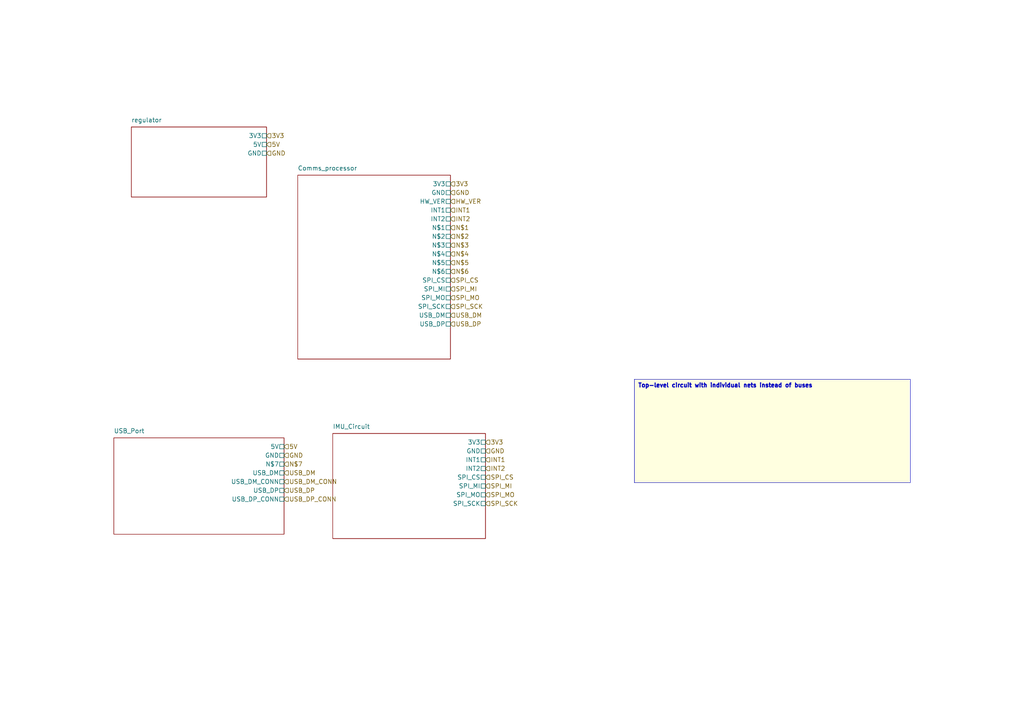
<source format=kicad_sch>
(kicad_sch
	(version 20250114)
	(generator "kicad_api")
	(generator_version 9.0)
	(uuid 5860e2c9-d749-4e01-a758-c5db026d8c59)
	(paper A4)
	(lib_symbols)
	(paper A4)
	(title_block
		(title root)
		(date 2025-07-29)
		(company Circuit-Synth)
	)
	(hierarchical_label
		3V3
		(shape input)
		(at 77.31 39.37 0)
		(effects
			(font
				(size 1.27 1.27)
			)
			(justify left)
		)
		(uuid c1bf2de8-0fd7-49fc-a22c-28c587889a11)
	)
	(hierarchical_label
		5V
		(shape input)
		(at 77.31 41.910000000000004 0)
		(effects
			(font
				(size 1.27 1.27)
			)
			(justify left)
		)
		(uuid c3545d71-6925-4f7f-bd56-3715cd5959a6)
	)
	(hierarchical_label
		GND
		(shape input)
		(at 77.31 44.45 0)
		(effects
			(font
				(size 1.27 1.27)
			)
			(justify left)
		)
		(uuid 482a095b-5699-43cf-b23b-52729974bf92)
	)
	(hierarchical_label
		3V3
		(shape input)
		(at 130.65 53.34 0)
		(effects
			(font
				(size 1.27 1.27)
			)
			(justify left)
		)
		(uuid 06adbf58-577a-4c3e-8c76-5528b82526ec)
	)
	(hierarchical_label
		GND
		(shape input)
		(at 130.65 55.88 0)
		(effects
			(font
				(size 1.27 1.27)
			)
			(justify left)
		)
		(uuid 23941a82-21b1-426d-9e23-dc39c9220af7)
	)
	(hierarchical_label
		HW_VER
		(shape input)
		(at 130.65 58.42 0)
		(effects
			(font
				(size 1.27 1.27)
			)
			(justify left)
		)
		(uuid 3edcbfc5-9a8c-4e8f-bd36-9e049a7b1580)
	)
	(hierarchical_label
		INT1
		(shape input)
		(at 130.65 60.96 0)
		(effects
			(font
				(size 1.27 1.27)
			)
			(justify left)
		)
		(uuid dddce500-b228-4813-9f89-9e54ea1e1347)
	)
	(hierarchical_label
		INT2
		(shape input)
		(at 130.65 63.5 0)
		(effects
			(font
				(size 1.27 1.27)
			)
			(justify left)
		)
		(uuid 39d1daa4-b901-409d-b851-5fab6d175ae8)
	)
	(hierarchical_label
		N$1
		(shape input)
		(at 130.65 66.04 0)
		(effects
			(font
				(size 1.27 1.27)
			)
			(justify left)
		)
		(uuid 58427e2f-b915-4991-bb15-e7f2369dbe46)
	)
	(hierarchical_label
		N$2
		(shape input)
		(at 130.65 68.58 0)
		(effects
			(font
				(size 1.27 1.27)
			)
			(justify left)
		)
		(uuid e31fea1c-330f-46f8-9995-1e8bfca697a7)
	)
	(hierarchical_label
		N$3
		(shape input)
		(at 130.65 71.12 0)
		(effects
			(font
				(size 1.27 1.27)
			)
			(justify left)
		)
		(uuid 9a4a1c1f-21ea-464d-99ec-a39ce963717f)
	)
	(hierarchical_label
		N$4
		(shape input)
		(at 130.65 73.66 0)
		(effects
			(font
				(size 1.27 1.27)
			)
			(justify left)
		)
		(uuid 18168c56-2a34-4db9-9a8c-da374d6607b7)
	)
	(hierarchical_label
		N$5
		(shape input)
		(at 130.65 76.2 0)
		(effects
			(font
				(size 1.27 1.27)
			)
			(justify left)
		)
		(uuid ff4950e4-88c6-4e61-8c2e-6daedcc6a3b9)
	)
	(hierarchical_label
		N$6
		(shape input)
		(at 130.65 78.74 0)
		(effects
			(font
				(size 1.27 1.27)
			)
			(justify left)
		)
		(uuid 5ded8833-4edd-4fc4-81bd-e367c20f28d2)
	)
	(hierarchical_label
		SPI_CS
		(shape input)
		(at 130.65 81.28 0)
		(effects
			(font
				(size 1.27 1.27)
			)
			(justify left)
		)
		(uuid 308160ad-1324-4165-a64e-8b1e851cfac5)
	)
	(hierarchical_label
		SPI_MI
		(shape input)
		(at 130.65 83.82000000000001 0)
		(effects
			(font
				(size 1.27 1.27)
			)
			(justify left)
		)
		(uuid 76e6666f-b46a-4ad5-96c5-3795db479c4d)
	)
	(hierarchical_label
		SPI_MO
		(shape input)
		(at 130.65 86.36 0)
		(effects
			(font
				(size 1.27 1.27)
			)
			(justify left)
		)
		(uuid b65d5459-f095-46f3-8b99-a92c2f249d45)
	)
	(hierarchical_label
		SPI_SCK
		(shape input)
		(at 130.65 88.9 0)
		(effects
			(font
				(size 1.27 1.27)
			)
			(justify left)
		)
		(uuid a1be9286-fea1-4863-84af-857e4602c1f7)
	)
	(hierarchical_label
		USB_DM
		(shape input)
		(at 130.65 91.44 0)
		(effects
			(font
				(size 1.27 1.27)
			)
			(justify left)
		)
		(uuid 8dc17089-54d5-4ef6-a349-335450b516f6)
	)
	(hierarchical_label
		USB_DP
		(shape input)
		(at 130.65 93.98 0)
		(effects
			(font
				(size 1.27 1.27)
			)
			(justify left)
		)
		(uuid a648c6eb-26d3-49c7-a903-70b64c4689e7)
	)
	(hierarchical_label
		5V
		(shape input)
		(at 82.39 129.54 0)
		(effects
			(font
				(size 1.27 1.27)
			)
			(justify left)
		)
		(uuid b12dffb9-c216-4077-8193-de07d861070d)
	)
	(hierarchical_label
		GND
		(shape input)
		(at 82.39 132.08 0)
		(effects
			(font
				(size 1.27 1.27)
			)
			(justify left)
		)
		(uuid 4fae237a-702b-41f1-87b8-d24d59800c31)
	)
	(hierarchical_label
		N$7
		(shape input)
		(at 82.39 134.62 0)
		(effects
			(font
				(size 1.27 1.27)
			)
			(justify left)
		)
		(uuid 2824bd3c-960e-46a6-91ab-c6e559ce312c)
	)
	(hierarchical_label
		USB_DM
		(shape input)
		(at 82.39 137.16 0)
		(effects
			(font
				(size 1.27 1.27)
			)
			(justify left)
		)
		(uuid a9103f2c-d845-4aae-bee4-2b8483af1be3)
	)
	(hierarchical_label
		USB_DM_CONN
		(shape input)
		(at 82.39 139.7 0)
		(effects
			(font
				(size 1.27 1.27)
			)
			(justify left)
		)
		(uuid 569b704e-4d2a-4d1f-904b-ce96b40ae027)
	)
	(hierarchical_label
		USB_DP
		(shape input)
		(at 82.39 142.24 0)
		(effects
			(font
				(size 1.27 1.27)
			)
			(justify left)
		)
		(uuid db3b4aee-075c-4782-8e6b-45d61117798b)
	)
	(hierarchical_label
		USB_DP_CONN
		(shape input)
		(at 82.39 144.78 0)
		(effects
			(font
				(size 1.27 1.27)
			)
			(justify left)
		)
		(uuid 09ef3a42-5e57-4e55-86bf-f3c7ec89a96d)
	)
	(hierarchical_label
		3V3
		(shape input)
		(at 140.81 128.27 0)
		(effects
			(font
				(size 1.27 1.27)
			)
			(justify left)
		)
		(uuid 94870236-3e29-4777-b6a5-75b493064d63)
	)
	(hierarchical_label
		GND
		(shape input)
		(at 140.81 130.81 0)
		(effects
			(font
				(size 1.27 1.27)
			)
			(justify left)
		)
		(uuid e94680d9-d759-48a2-a6b6-885b5b4a50ab)
	)
	(hierarchical_label
		INT1
		(shape input)
		(at 140.81 133.35 0)
		(effects
			(font
				(size 1.27 1.27)
			)
			(justify left)
		)
		(uuid f28a9225-1927-41ea-9a4c-5645c5c76896)
	)
	(hierarchical_label
		INT2
		(shape input)
		(at 140.81 135.89000000000001 0)
		(effects
			(font
				(size 1.27 1.27)
			)
			(justify left)
		)
		(uuid 6b5e632d-5020-4a84-b44c-d02346f6b717)
	)
	(hierarchical_label
		SPI_CS
		(shape input)
		(at 140.81 138.43 0)
		(effects
			(font
				(size 1.27 1.27)
			)
			(justify left)
		)
		(uuid ad432bf1-29a1-4dce-8d20-8f8c64e27d25)
	)
	(hierarchical_label
		SPI_MI
		(shape input)
		(at 140.81 140.97 0)
		(effects
			(font
				(size 1.27 1.27)
			)
			(justify left)
		)
		(uuid fb694510-09f8-4c28-98cf-701294478bac)
	)
	(hierarchical_label
		SPI_MO
		(shape input)
		(at 140.81 143.51 0)
		(effects
			(font
				(size 1.27 1.27)
			)
			(justify left)
		)
		(uuid 5d7bf156-a752-4f57-a6b4-25b6df5b9d66)
	)
	(hierarchical_label
		SPI_SCK
		(shape input)
		(at 140.81 146.05 0)
		(effects
			(font
				(size 1.27 1.27)
			)
			(justify left)
		)
		(uuid 740b42e3-b630-4923-af01-d3491bb7c91b)
	)
	(sheet
		(at 38.1 36.83)
		(size 39.21 20.32)
		(stroke
			(width 0.12)
			(type solid)
		)
		(fill
			(color
				0
				0
				0
				0.0
			)
		)
		(uuid 334ab3d5-5d57-4b10-9f8e-64800d137d18)
		(property
			"Sheetname"
			"regulator"
			(at 38.1 35.559999999999995 0)
			(effects
				(font
					(size 1.27 1.27)
				)
				(justify left bottom)
			)
		)
		(property
			"Sheetfile"
			"regulator.kicad_sch"
			(at 38.1 58.42 0)
			(effects
				(font
					(size 1.27 1.27)
				)
				(justify left top)
				(hide yes)
			)
		)
		(pin
			3V3
			passive
			(at 76.04 39.37 0)
			(effects
				(font
					(size 1.27 1.27)
				)
				(justify right)
			)
			(uuid 09f4c857-31ff-4211-85c3-042817b74d3c)
		)
		(pin
			5V
			passive
			(at 76.04 41.910000000000004 0)
			(effects
				(font
					(size 1.27 1.27)
				)
				(justify right)
			)
			(uuid 15bdc28b-e996-4ec9-951e-22d6afcbf807)
		)
		(pin
			GND
			passive
			(at 76.04 44.45 0)
			(effects
				(font
					(size 1.27 1.27)
				)
				(justify right)
			)
			(uuid c21f897d-4644-494a-8898-90c3beb96299)
		)
		(instances
			(project
				"circuit_synth"
				(path
					"/"
					(page "1")
				)
			)
		)
	)
	(sheet
		(at 86.36 50.8)
		(size 44.29 53.34)
		(stroke
			(width 0.12)
			(type solid)
		)
		(fill
			(color
				0
				0
				0
				0.0
			)
		)
		(uuid 8a434376-1ba9-429b-8e69-de34e1be93cd)
		(property
			"Sheetname"
			"Comms_processor"
			(at 86.36 49.529999999999994 0)
			(effects
				(font
					(size 1.27 1.27)
				)
				(justify left bottom)
			)
		)
		(property
			"Sheetfile"
			"Comms_processor.kicad_sch"
			(at 86.36 105.41 0)
			(effects
				(font
					(size 1.27 1.27)
				)
				(justify left top)
				(hide yes)
			)
		)
		(pin
			3V3
			passive
			(at 129.38 53.34 0)
			(effects
				(font
					(size 1.27 1.27)
				)
				(justify right)
			)
			(uuid e3276a03-0368-4eaa-84ea-410c45948ca9)
		)
		(pin
			GND
			passive
			(at 129.38 55.88 0)
			(effects
				(font
					(size 1.27 1.27)
				)
				(justify right)
			)
			(uuid ef9951e9-2dae-4470-b112-acc88cba866f)
		)
		(pin
			HW_VER
			passive
			(at 129.38 58.42 0)
			(effects
				(font
					(size 1.27 1.27)
				)
				(justify right)
			)
			(uuid 4fbeda9f-133f-4a3a-b554-aab9b014b091)
		)
		(pin
			INT1
			passive
			(at 129.38 60.96 0)
			(effects
				(font
					(size 1.27 1.27)
				)
				(justify right)
			)
			(uuid 69c6f40a-ac91-4ae8-9786-c66dd665d10b)
		)
		(pin
			INT2
			passive
			(at 129.38 63.5 0)
			(effects
				(font
					(size 1.27 1.27)
				)
				(justify right)
			)
			(uuid 5fd82e4a-f273-4692-babe-3319299959f3)
		)
		(pin
			N$1
			passive
			(at 129.38 66.04 0)
			(effects
				(font
					(size 1.27 1.27)
				)
				(justify right)
			)
			(uuid 6d4b8052-5197-45f0-b62f-86dbd57e3489)
		)
		(pin
			N$2
			passive
			(at 129.38 68.58 0)
			(effects
				(font
					(size 1.27 1.27)
				)
				(justify right)
			)
			(uuid 0ebe7533-2e2b-4b78-97b4-1bb3ebb2a0b9)
		)
		(pin
			N$3
			passive
			(at 129.38 71.12 0)
			(effects
				(font
					(size 1.27 1.27)
				)
				(justify right)
			)
			(uuid 6274245c-6eca-48e7-b46b-c829f55abbe8)
		)
		(pin
			N$4
			passive
			(at 129.38 73.66 0)
			(effects
				(font
					(size 1.27 1.27)
				)
				(justify right)
			)
			(uuid abbc1084-bdb2-45da-bbe7-dfc496f1f171)
		)
		(pin
			N$5
			passive
			(at 129.38 76.2 0)
			(effects
				(font
					(size 1.27 1.27)
				)
				(justify right)
			)
			(uuid b65a3e91-936f-443b-952d-236e72153584)
		)
		(pin
			N$6
			passive
			(at 129.38 78.74 0)
			(effects
				(font
					(size 1.27 1.27)
				)
				(justify right)
			)
			(uuid 00fd1565-be2b-43e5-a040-f90b663a713a)
		)
		(pin
			SPI_CS
			passive
			(at 129.38 81.28 0)
			(effects
				(font
					(size 1.27 1.27)
				)
				(justify right)
			)
			(uuid a54ff44b-8755-41fb-b2e0-1633d57db5d2)
		)
		(pin
			SPI_MI
			passive
			(at 129.38 83.82000000000001 0)
			(effects
				(font
					(size 1.27 1.27)
				)
				(justify right)
			)
			(uuid 0c65be4c-0ec6-4c23-93a1-14ba7d7e03d6)
		)
		(pin
			SPI_MO
			passive
			(at 129.38 86.36 0)
			(effects
				(font
					(size 1.27 1.27)
				)
				(justify right)
			)
			(uuid 191dc27a-2910-43a0-890a-653e782e23e8)
		)
		(pin
			SPI_SCK
			passive
			(at 129.38 88.9 0)
			(effects
				(font
					(size 1.27 1.27)
				)
				(justify right)
			)
			(uuid 6adaa2ed-da5c-459f-8f68-42794678e06c)
		)
		(pin
			USB_DM
			passive
			(at 129.38 91.44 0)
			(effects
				(font
					(size 1.27 1.27)
				)
				(justify right)
			)
			(uuid 6fccb839-91f8-4392-b748-a7d2447cf952)
		)
		(pin
			USB_DP
			passive
			(at 129.38 93.98 0)
			(effects
				(font
					(size 1.27 1.27)
				)
				(justify right)
			)
			(uuid 7879103b-07fd-4f1a-81ca-c2f337bfd009)
		)
		(instances
			(project
				"circuit_synth"
				(path
					"/"
					(page "1")
				)
			)
		)
	)
	(sheet
		(at 33.02 127.0)
		(size 49.37 27.94)
		(stroke
			(width 0.12)
			(type solid)
		)
		(fill
			(color
				0
				0
				0
				0.0
			)
		)
		(uuid 156d8126-aa80-42c8-ab74-3c52d460fc72)
		(property
			"Sheetname"
			"USB_Port"
			(at 33.02 125.73 0)
			(effects
				(font
					(size 1.27 1.27)
				)
				(justify left bottom)
			)
		)
		(property
			"Sheetfile"
			"USB_Port.kicad_sch"
			(at 33.02 156.21 0)
			(effects
				(font
					(size 1.27 1.27)
				)
				(justify left top)
				(hide yes)
			)
		)
		(pin
			5V
			passive
			(at 81.12 129.54 0)
			(effects
				(font
					(size 1.27 1.27)
				)
				(justify right)
			)
			(uuid f6c62af4-a208-4835-9885-4d3a9d00666f)
		)
		(pin
			GND
			passive
			(at 81.12 132.08 0)
			(effects
				(font
					(size 1.27 1.27)
				)
				(justify right)
			)
			(uuid 806bc90e-944c-4f3c-a9d9-bf0bdc85a11a)
		)
		(pin
			N$7
			passive
			(at 81.12 134.62 0)
			(effects
				(font
					(size 1.27 1.27)
				)
				(justify right)
			)
			(uuid 0611c938-310d-4849-b3b2-b4efb6b21ff5)
		)
		(pin
			USB_DM
			passive
			(at 81.12 137.16 0)
			(effects
				(font
					(size 1.27 1.27)
				)
				(justify right)
			)
			(uuid 2c953695-cda5-41d0-bf45-0fe143f73056)
		)
		(pin
			USB_DM_CONN
			passive
			(at 81.12 139.7 0)
			(effects
				(font
					(size 1.27 1.27)
				)
				(justify right)
			)
			(uuid 27b8bfe1-1d87-46ea-a41f-4548096aa0d6)
		)
		(pin
			USB_DP
			passive
			(at 81.12 142.24 0)
			(effects
				(font
					(size 1.27 1.27)
				)
				(justify right)
			)
			(uuid aa60e05c-aec9-4851-935f-c110790996b3)
		)
		(pin
			USB_DP_CONN
			passive
			(at 81.12 144.78 0)
			(effects
				(font
					(size 1.27 1.27)
				)
				(justify right)
			)
			(uuid cb668e50-3f17-4e92-930e-dbfd2a56700e)
		)
		(instances
			(project
				"circuit_synth"
				(path
					"/"
					(page "1")
				)
			)
		)
	)
	(sheet
		(at 96.52 125.73)
		(size 44.29 30.48)
		(stroke
			(width 0.12)
			(type solid)
		)
		(fill
			(color
				0
				0
				0
				0.0
			)
		)
		(uuid bd494c53-4a96-4e93-a68c-a41a5c32ccf8)
		(property
			"Sheetname"
			"IMU_Circuit"
			(at 96.52 124.46000000000001 0)
			(effects
				(font
					(size 1.27 1.27)
				)
				(justify left bottom)
			)
		)
		(property
			"Sheetfile"
			"IMU_Circuit.kicad_sch"
			(at 96.52 157.48000000000002 0)
			(effects
				(font
					(size 1.27 1.27)
				)
				(justify left top)
				(hide yes)
			)
		)
		(pin
			3V3
			passive
			(at 139.54 128.27 0)
			(effects
				(font
					(size 1.27 1.27)
				)
				(justify right)
			)
			(uuid ad2a6757-2bd9-408a-a7b7-b2dbd1ab349e)
		)
		(pin
			GND
			passive
			(at 139.54 130.81 0)
			(effects
				(font
					(size 1.27 1.27)
				)
				(justify right)
			)
			(uuid 060bf99d-690c-4907-b6b5-1fa1c568730d)
		)
		(pin
			INT1
			passive
			(at 139.54 133.35 0)
			(effects
				(font
					(size 1.27 1.27)
				)
				(justify right)
			)
			(uuid ed5932c7-df35-48ab-aabb-4394e0f6695c)
		)
		(pin
			INT2
			passive
			(at 139.54 135.89000000000001 0)
			(effects
				(font
					(size 1.27 1.27)
				)
				(justify right)
			)
			(uuid 4d61850c-c513-4fb5-ab26-f57825a7a89d)
		)
		(pin
			SPI_CS
			passive
			(at 139.54 138.43 0)
			(effects
				(font
					(size 1.27 1.27)
				)
				(justify right)
			)
			(uuid 2f00cd9f-b5ac-4e2b-86d8-b766b3181834)
		)
		(pin
			SPI_MI
			passive
			(at 139.54 140.97 0)
			(effects
				(font
					(size 1.27 1.27)
				)
				(justify right)
			)
			(uuid 0d0b3bae-352f-448a-a23c-7c3fc55baa6d)
		)
		(pin
			SPI_MO
			passive
			(at 139.54 143.51 0)
			(effects
				(font
					(size 1.27 1.27)
				)
				(justify right)
			)
			(uuid d9bf3890-566a-4213-8cf8-22262a0cc64f)
		)
		(pin
			SPI_SCK
			passive
			(at 139.54 146.05 0)
			(effects
				(font
					(size 1.27 1.27)
				)
				(justify right)
			)
			(uuid a1f04d6a-a2e0-4147-95f2-6bb8d0ee6afa)
		)
		(instances
			(project
				"circuit_synth"
				(path
					"/"
					(page "1")
				)
			)
		)
	)
	(text_box
		"Top-level circuit with individual nets instead of buses"
		(exclude_from_sim yes)
		(at 184.0 110.0 0)
		(size 80.0 30.0)
		(margins
			1.0
			1.0
			1.0
			1.0
		)
		(stroke
			(width 0.1)
			(type solid)
		)
		(fill
			(type color)
			(color
				255
				255
				224
				1
			)
		)
		(effects
			(font
				(size 1.2 1.2)
				(thickness 0.254)
			)
			(justify left top)
		)
		(uuid 4342b6ee-0ff3-4679-bda0-ee57bc9d9540)
	)
	(text_box
		"Top-level circuit with individual nets instead of buses"
		(exclude_from_sim yes)
		(at 184.0 110.0 0)
		(size 80.0 30.0)
		(margins
			1.0
			1.0
			1.0
			1.0
		)
		(stroke
			(width 0.1)
			(type solid)
		)
		(fill
			(type color)
			(color
				255
				255
				224
				1
			)
		)
		(effects
			(font
				(size 1.2 1.2)
				(thickness 0.254)
			)
			(justify left top)
		)
		(uuid 4342b6ee-0ff3-4679-bda0-ee57bc9d9540)
	)
	(sheet_instances
		(path
			"/6eb602a2-f9a3-455e-8522-b4f96521e8a1/2d695493-c04c-4674-889d-3cd27de46343"
			(page "1")
		)
	)
	(embedded_fonts no)
	(sheet_instances
		(path
			"/"
			(page "1")
		)
	)
)
</source>
